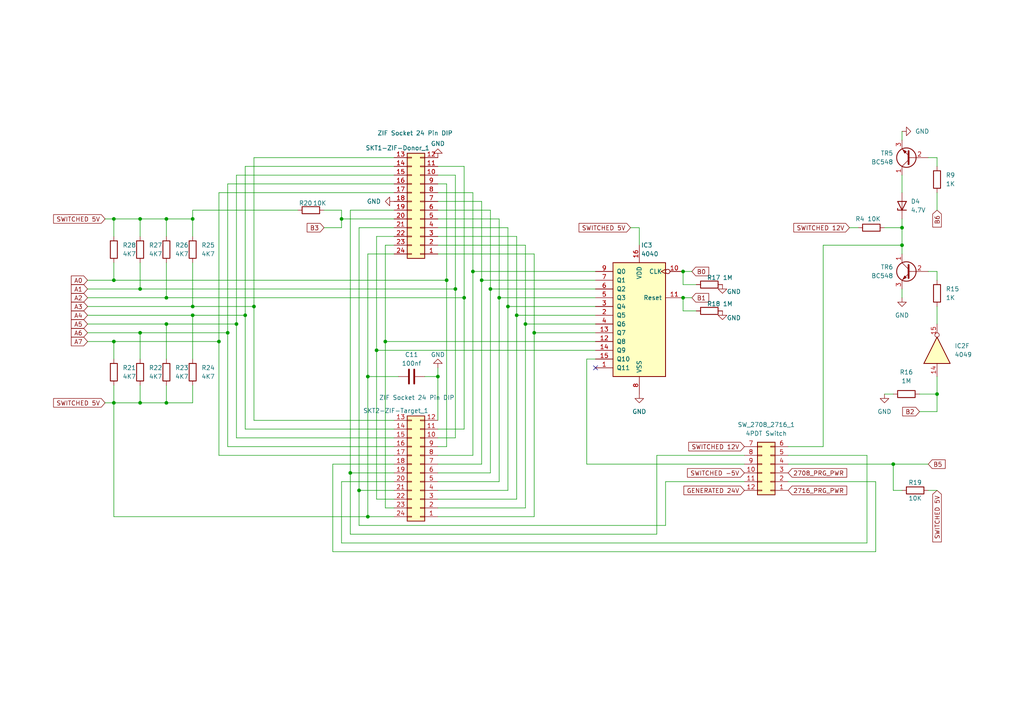
<source format=kicad_sch>
(kicad_sch (version 20230121) (generator eeschema)
  (paper "A4")
  (title_block (title "EPROM Burner 2708 / 2716") (date "2023-05-01") (rev "1.0"))
  (lib_symbols
    (symbol "4xxx:4040" (pin_names (offset 1.016))
      (property "Reference" "U" (at -7.62 16.51 0))
      (property "Value" "4040" (at -7.62 -19.05 0))
      (symbol "4040_1_0"
        (pin output line (at 12.7 -15.24 180) (length 5.08) (name "Q11") (number "1"))
        (pin input inverted_clock (at -12.7 12.7 0) (length 5.08) (name "CLK") (number "10"))
        (pin input line (at -12.7 5.08 0) (length 5.08) (name "Reset") (number "11"))
        (pin output line (at 12.7 -7.62 180) (length 5.08) (name "Q8") (number "12"))
        (pin output line (at 12.7 -5.08 180) (length 5.08) (name "Q7") (number "13"))
        (pin output line (at 12.7 -10.16 180) (length 5.08) (name "Q9") (number "14"))
        (pin output line (at 12.7 -12.7 180) (length 5.08) (name "Q10") (number "15"))
        (pin power_in line (at 0 20.32 270) (length 5.08) (name "VDD") (number "16"))
        (pin output line (at 12.7 0 180) (length 5.08) (name "Q5") (number "2"))
        (pin output line (at 12.7 2.54 180) (length 5.08) (name "Q4") (number "3"))
        (pin output line (at 12.7 -2.54 180) (length 5.08) (name "Q6") (number "4"))
        (pin output line (at 12.7 5.08 180) (length 5.08) (name "Q3") (number "5"))
        (pin output line (at 12.7 7.62 180) (length 5.08) (name "Q2") (number "6"))
        (pin output line (at 12.7 10.16 180) (length 5.08) (name "Q1") (number "7"))
        (pin power_in line (at 0 -22.86 90) (length 5.08) (name "VSS") (number "8"))
        (pin output line (at 12.7 12.7 180) (length 5.08) (name "Q0") (number "9"))
      )
      (symbol "4040_1_1"
        (rectangle (start -7.62 15.24) (end 7.62 -17.78) (stroke (width 0.254)) (fill (type background)))
      )
    )
    (symbol "4xxx:4049" (pin_names (offset 1.016))
      (property "Reference" "U" (at 0 1.27 0))
      (property "Value" "4049" (at 0 -1.27 0))
      (symbol "4049_1_0"
        (polyline (pts (xy -3.81 3.81) (xy -3.81 -3.81) (xy 3.81 0) (xy -3.81 3.81)) (stroke (width 0.254)) (fill (type background)))
        (pin output inverted (at 7.62 0 180) (length 3.81) (name "~") (number "2"))
        (pin input line (at -7.62 0 0) (length 3.81) (name "~") (number "3"))
      )
      (symbol "4049_2_0"
        (polyline (pts (xy -3.81 3.81) (xy -3.81 -3.81) (xy 3.81 0) (xy -3.81 3.81)) (stroke (width 0.254)) (fill (type background)))
        (pin output inverted (at 7.62 0 180) (length 3.81) (name "~") (number "4"))
        (pin input line (at -7.62 0 0) (length 3.81) (name "~") (number "5"))
      )
      (symbol "4049_3_0"
        (polyline (pts (xy -3.81 3.81) (xy -3.81 -3.81) (xy 3.81 0) (xy -3.81 3.81)) (stroke (width 0.254)) (fill (type background)))
        (pin output inverted (at 7.62 0 180) (length 3.81) (name "~") (number "6"))
        (pin input line (at -7.62 0 0) (length 3.81) (name "~") (number "7"))
      )
      (symbol "4049_4_0"
        (polyline (pts (xy -3.81 3.81) (xy -3.81 -3.81) (xy 3.81 0) (xy -3.81 3.81)) (stroke (width 0.254)) (fill (type background)))
        (pin output inverted (at 7.62 0 180) (length 3.81) (name "~") (number "10"))
        (pin input line (at -7.62 0 0) (length 3.81) (name "~") (number "9"))
      )
      (symbol "4049_5_0"
        (polyline (pts (xy -3.81 3.81) (xy -3.81 -3.81) (xy 3.81 0) (xy -3.81 3.81)) (stroke (width 0.254)) (fill (type background)))
        (pin input line (at -7.62 0 0) (length 3.81) (name "~") (number "11"))
        (pin output inverted (at 7.62 0 180) (length 3.81) (name "~") (number "12"))
      )
      (symbol "4049_6_0"
        (polyline (pts (xy -3.81 3.81) (xy -3.81 -3.81) (xy 3.81 0) (xy -3.81 3.81)) (stroke (width 0.254)) (fill (type background)))
        (pin input line (at -7.62 0 0) (length 3.81) (name "~") (number "14"))
        (pin output inverted (at 7.62 0 180) (length 3.81) (name "~") (number "15"))
      )
      (symbol "4049_7_0"
        (pin power_in line (at 0 12.7 270) (length 5.08) (name "VCC") (number "1"))
        (pin power_in line (at 0 -12.7 90) (length 5.08) (name "VSS") (number "8"))
      )
      (symbol "4049_7_1"
        (rectangle (start -5.08 7.62) (end 5.08 -7.62) (stroke (width 0.254)) (fill (type background)))
      )
    )
    (symbol "Connector_Generic:Conn_02x06_Counter_Clockwise" (pin_names (offset 1.016) hide)
      (property "Reference" "J" (at 1.27 7.62 0))
      (property "Value" "Conn_02x06_Counter_Clockwise" (at 1.27 -10.16 0))
      (symbol "Conn_02x06_Counter_Clockwise_1_1"
        (rectangle (start -1.27 -7.493) (end 0 -7.747) (stroke (width 0.1524)))
        (rectangle (start -1.27 -4.953) (end 0 -5.207) (stroke (width 0.1524)))
        (rectangle (start -1.27 -2.413) (end 0 -2.667) (stroke (width 0.1524)))
        (rectangle (start -1.27 0.127) (end 0 -0.127) (stroke (width 0.1524)))
        (rectangle (start -1.27 2.667) (end 0 2.413) (stroke (width 0.1524)))
        (rectangle (start -1.27 5.207) (end 0 4.953) (stroke (width 0.1524)))
        (rectangle (start -1.27 6.35) (end 3.81 -8.89) (stroke (width 0.254)) (fill (type background)))
        (rectangle (start 3.81 -7.493) (end 2.54 -7.747) (stroke (width 0.1524)))
        (rectangle (start 3.81 -4.953) (end 2.54 -5.207) (stroke (width 0.1524)))
        (rectangle (start 3.81 -2.413) (end 2.54 -2.667) (stroke (width 0.1524)))
        (rectangle (start 3.81 0.127) (end 2.54 -0.127) (stroke (width 0.1524)))
        (rectangle (start 3.81 2.667) (end 2.54 2.413) (stroke (width 0.1524)))
        (rectangle (start 3.81 5.207) (end 2.54 4.953) (stroke (width 0.1524)))
        (pin passive line (at -5.08 5.08 0) (length 3.81) (name "Pin_1") (number "1"))
        (pin passive line (at 7.62 0 180) (length 3.81) (name "Pin_10") (number "10"))
        (pin passive line (at 7.62 2.54 180) (length 3.81) (name "Pin_11") (number "11"))
        (pin passive line (at 7.62 5.08 180) (length 3.81) (name "Pin_12") (number "12"))
        (pin passive line (at -5.08 2.54 0) (length 3.81) (name "Pin_2") (number "2"))
        (pin passive line (at -5.08 0 0) (length 3.81) (name "Pin_3") (number "3"))
        (pin passive line (at -5.08 -2.54 0) (length 3.81) (name "Pin_4") (number "4"))
        (pin passive line (at -5.08 -5.08 0) (length 3.81) (name "Pin_5") (number "5"))
        (pin passive line (at -5.08 -7.62 0) (length 3.81) (name "Pin_6") (number "6"))
        (pin passive line (at 7.62 -7.62 180) (length 3.81) (name "Pin_7") (number "7"))
        (pin passive line (at 7.62 -5.08 180) (length 3.81) (name "Pin_8") (number "8"))
        (pin passive line (at 7.62 -2.54 180) (length 3.81) (name "Pin_9") (number "9"))
      )
    )
    (symbol "Connector_Generic:Conn_02x12_Counter_Clockwise" (pin_names (offset 1.016) hide)
      (property "Reference" "J" (at 1.27 15.24 0))
      (property "Value" "Conn_02x12_Counter_Clockwise" (at 1.27 -17.78 0))
      (symbol "Conn_02x12_Counter_Clockwise_1_1"
        (rectangle (start -1.27 -15.113) (end 0 -15.367) (stroke (width 0.1524)))
        (rectangle (start -1.27 -12.573) (end 0 -12.827) (stroke (width 0.1524)))
        (rectangle (start -1.27 -10.033) (end 0 -10.287) (stroke (width 0.1524)))
        (rectangle (start -1.27 -7.493) (end 0 -7.747) (stroke (width 0.1524)))
        (rectangle (start -1.27 -4.953) (end 0 -5.207) (stroke (width 0.1524)))
        (rectangle (start -1.27 -2.413) (end 0 -2.667) (stroke (width 0.1524)))
        (rectangle (start -1.27 0.127) (end 0 -0.127) (stroke (width 0.1524)))
        (rectangle (start -1.27 2.667) (end 0 2.413) (stroke (width 0.1524)))
        (rectangle (start -1.27 5.207) (end 0 4.953) (stroke (width 0.1524)))
        (rectangle (start -1.27 7.747) (end 0 7.493) (stroke (width 0.1524)))
        (rectangle (start -1.27 10.287) (end 0 10.033) (stroke (width 0.1524)))
        (rectangle (start -1.27 12.827) (end 0 12.573) (stroke (width 0.1524)))
        (rectangle (start -1.27 13.97) (end 3.81 -16.51) (stroke (width 0.254)) (fill (type background)))
        (rectangle (start 3.81 -15.113) (end 2.54 -15.367) (stroke (width 0.1524)))
        (rectangle (start 3.81 -12.573) (end 2.54 -12.827) (stroke (width 0.1524)))
        (rectangle (start 3.81 -10.033) (end 2.54 -10.287) (stroke (width 0.1524)))
        (rectangle (start 3.81 -7.493) (end 2.54 -7.747) (stroke (width 0.1524)))
        (rectangle (start 3.81 -4.953) (end 2.54 -5.207) (stroke (width 0.1524)))
        (rectangle (start 3.81 -2.413) (end 2.54 -2.667) (stroke (width 0.1524)))
        (rectangle (start 3.81 0.127) (end 2.54 -0.127) (stroke (width 0.1524)))
        (rectangle (start 3.81 2.667) (end 2.54 2.413) (stroke (width 0.1524)))
        (rectangle (start 3.81 5.207) (end 2.54 4.953) (stroke (width 0.1524)))
        (rectangle (start 3.81 7.747) (end 2.54 7.493) (stroke (width 0.1524)))
        (rectangle (start 3.81 10.287) (end 2.54 10.033) (stroke (width 0.1524)))
        (rectangle (start 3.81 12.827) (end 2.54 12.573) (stroke (width 0.1524)))
        (pin passive line (at -5.08 12.7 0) (length 3.81) (name "Pin_1") (number "1"))
        (pin passive line (at -5.08 -10.16 0) (length 3.81) (name "Pin_10") (number "10"))
        (pin passive line (at -5.08 -12.7 0) (length 3.81) (name "Pin_11") (number "11"))
        (pin passive line (at -5.08 -15.24 0) (length 3.81) (name "Pin_12") (number "12"))
        (pin passive line (at 7.62 -15.24 180) (length 3.81) (name "Pin_13") (number "13"))
        (pin passive line (at 7.62 -12.7 180) (length 3.81) (name "Pin_14") (number "14"))
        (pin passive line (at 7.62 -10.16 180) (length 3.81) (name "Pin_15") (number "15"))
        (pin passive line (at 7.62 -7.62 180) (length 3.81) (name "Pin_16") (number "16"))
        (pin passive line (at 7.62 -5.08 180) (length 3.81) (name "Pin_17") (number "17"))
        (pin passive line (at 7.62 -2.54 180) (length 3.81) (name "Pin_18") (number "18"))
        (pin passive line (at 7.62 0 180) (length 3.81) (name "Pin_19") (number "19"))
        (pin passive line (at -5.08 10.16 0) (length 3.81) (name "Pin_2") (number "2"))
        (pin passive line (at 7.62 2.54 180) (length 3.81) (name "Pin_20") (number "20"))
        (pin passive line (at 7.62 5.08 180) (length 3.81) (name "Pin_21") (number "21"))
        (pin passive line (at 7.62 7.62 180) (length 3.81) (name "Pin_22") (number "22"))
        (pin passive line (at 7.62 10.16 180) (length 3.81) (name "Pin_23") (number "23"))
        (pin passive line (at 7.62 12.7 180) (length 3.81) (name "Pin_24") (number "24"))
        (pin passive line (at -5.08 7.62 0) (length 3.81) (name "Pin_3") (number "3"))
        (pin passive line (at -5.08 5.08 0) (length 3.81) (name "Pin_4") (number "4"))
        (pin passive line (at -5.08 2.54 0) (length 3.81) (name "Pin_5") (number "5"))
        (pin passive line (at -5.08 0 0) (length 3.81) (name "Pin_6") (number "6"))
        (pin passive line (at -5.08 -2.54 0) (length 3.81) (name "Pin_7") (number "7"))
        (pin passive line (at -5.08 -5.08 0) (length 3.81) (name "Pin_8") (number "8"))
        (pin passive line (at -5.08 -7.62 0) (length 3.81) (name "Pin_9") (number "9"))
      )
    )
    (symbol "Device:C" (pin_numbers hide) (pin_names (offset 0.254))
      (property "Reference" "C" (at 0.635 2.54 0))
      (property "Value" "C" (at 0.635 -2.54 0))
      (symbol "C_0_1"
        (polyline (pts (xy -2.032 -0.762) (xy 2.032 -0.762)) (stroke (width 0.508)))
        (polyline (pts (xy -2.032 0.762) (xy 2.032 0.762)) (stroke (width 0.508)))
      )
      (symbol "C_1_1"
        (pin passive line (at 0 3.81 270) (length 2.794) (name "~") (number "1"))
        (pin passive line (at 0 -3.81 90) (length 2.794) (name "~") (number "2"))
      )
    )
    (symbol "Device:D_Zener" (pin_numbers hide) (pin_names (offset 1.016) hide)
      (property "Reference" "D" (at 0 2.54 0))
      (property "Value" "D_Zener" (at 0 -2.54 0))
      (symbol "D_Zener_0_1"
        (polyline (pts (xy 1.27 0) (xy -1.27 0)))
        (polyline (pts (xy -1.27 -1.27) (xy -1.27 1.27) (xy -0.762 1.27)) (stroke (width 0.254)))
        (polyline (pts (xy 1.27 -1.27) (xy 1.27 1.27) (xy -1.27 0) (xy 1.27 -1.27)) (stroke (width 0.254)))
      )
      (symbol "D_Zener_1_1"
        (pin passive line (at -3.81 0 0) (length 2.54) (name "K") (number "1"))
        (pin passive line (at 3.81 0 180) (length 2.54) (name "A") (number "2"))
      )
    )
    (symbol "Device:R" (pin_numbers hide) (pin_names (offset 0))
      (property "Reference" "R" (at 2.032 0 90))
      (property "Value" "R" (at 0 0 90))
      (symbol "R_0_1"
        (rectangle (start -1.016 -2.54) (end 1.016 2.54) (stroke (width 0.254)))
      )
      (symbol "R_1_1"
        (pin passive line (at 0 3.81 270) (length 1.27) (name "~") (number "1"))
        (pin passive line (at 0 -3.81 90) (length 1.27) (name "~") (number "2"))
      )
    )
    (symbol "Transistor_BJT:BC548" (pin_names (offset 0) hide)
      (property "Reference" "Q" (at 5.08 1.905 0))
      (property "Value" "BC548" (at 5.08 0 0))
      (symbol "BC548_0_1"
        (polyline (pts (xy 0 0) (xy 0.635 0)))
        (polyline (pts (xy 0.635 0.635) (xy 2.54 2.54)))
        (polyline (pts (xy 0.635 -0.635) (xy 2.54 -2.54) (xy 2.54 -2.54)))
        (polyline (pts (xy 0.635 1.905) (xy 0.635 -1.905) (xy 0.635 -1.905)) (stroke (width 0.508)))
        (polyline (pts (xy 1.27 -1.778) (xy 1.778 -1.27) (xy 2.286 -2.286) (xy 1.27 -1.778) (xy 1.27 -1.778)) (fill (type outline)))
        (circle (center 1.27 0) (radius 2.8194) (stroke (width 0.254)))
      )
      (symbol "BC548_1_1"
        (pin passive line (at 2.54 5.08 270) (length 2.54) (name "C") (number "1"))
        (pin input line (at -5.08 0 0) (length 5.08) (name "B") (number "2"))
        (pin passive line (at 2.54 -5.08 90) (length 2.54) (name "E") (number "3"))
      )
    )
    (symbol "power:GND" (power) (pin_names (offset 0))
      (property "Value" "GND" (at 0 -3.81 0))
      (symbol "GND_0_1"
        (polyline (pts (xy 0 0) (xy 0 -1.27) (xy 1.27 -1.27) (xy 0 -2.54) (xy -1.27 -1.27) (xy 0 -1.27)))
      )
      (symbol "GND_1_1"
        (pin power_in line (at 0 0 270) (length 0) hide (name "GND") (number "1"))
      )
    )
  )
  (junction (at 261.62 71.12))
  (junction (at 149.86 91.44))
  (junction (at 259.08 134.62))
  (junction (at 99.06 63.5))
  (junction (at 55.88 63.5))
  (junction (at 152.4 93.98))
  (junction (at 104.14 142.24))
  (junction (at 73.66 88.9))
  (junction (at 33.02 116.84))
  (junction (at 142.24 83.82))
  (junction (at 137.16 78.74))
  (junction (at 63.5 99.06))
  (junction (at 48.26 93.98))
  (junction (at 40.64 96.52))
  (junction (at 111.76 99.06))
  (junction (at 55.88 88.9))
  (junction (at 154.94 96.52))
  (junction (at 271.78 114.3))
  (junction (at 106.68 109.22))
  (junction (at 198.12 78.74))
  (junction (at 48.26 63.5))
  (junction (at 144.78 86.36))
  (junction (at 33.02 99.06))
  (junction (at 40.64 63.5))
  (junction (at 147.32 88.9))
  (junction (at 139.7 81.28))
  (junction (at 106.68 149.86))
  (junction (at 55.88 91.44))
  (junction (at 109.22 101.6))
  (junction (at 261.62 66.04))
  (junction (at 71.12 91.44))
  (junction (at 198.12 86.36))
  (junction (at 101.6 137.16))
  (junction (at 129.54 81.28))
  (junction (at 127 109.22))
  (junction (at 48.26 86.36))
  (junction (at 134.62 86.36))
  (junction (at 66.04 96.52))
  (junction (at 68.58 93.98))
  (junction (at 33.02 63.5))
  (junction (at 40.64 116.84))
  (junction (at 48.26 116.84))
  (junction (at 33.02 81.28))
  (junction (at 132.08 83.82))
  (junction (at 40.64 83.82))
  (no_connect (at 172.72 106.68))
  (wire (pts (xy 154.94 96.52) (xy 154.94 149.86)))
  (wire (pts (xy 63.5 55.88) (xy 63.5 99.06)))
  (wire (pts (xy 228.6 132.08) (xy 251.46 132.08)))
  (wire (pts (xy 25.4 96.52) (xy 40.64 96.52)))
  (wire (pts (xy 190.5 132.08) (xy 215.9 132.08)))
  (wire (pts (xy 256.54 66.04) (xy 261.62 66.04)))
  (wire (pts (xy 114.3 68.58) (xy 109.22 68.58)))
  (wire (pts (xy 256.54 114.3) (xy 259.08 114.3)))
  (wire (pts (xy 132.08 50.8) (xy 132.08 83.82)))
  (wire (pts (xy 198.12 82.55) (xy 198.12 78.74)))
  (wire (pts (xy 33.02 116.84) (xy 33.02 149.86)))
  (wire (pts (xy 198.12 90.17) (xy 198.12 86.36)))
  (wire (pts (xy 55.88 68.58) (xy 55.88 63.5)))
  (wire (pts (xy 251.46 157.48) (xy 99.06 157.48)))
  (wire (pts (xy 129.54 81.28) (xy 129.54 129.54)))
  (wire (pts (xy 271.78 109.22) (xy 271.78 114.3)))
  (wire (pts (xy 114.3 142.24) (xy 104.14 142.24)))
  (wire (pts (xy 271.78 88.9) (xy 271.78 93.98)))
  (wire (pts (xy 25.4 83.82) (xy 40.64 83.82)))
  (wire (pts (xy 152.4 71.12) (xy 152.4 93.98)))
  (wire (pts (xy 40.64 76.2) (xy 40.64 83.82)))
  (wire (pts (xy 261.62 66.04) (xy 261.62 71.12)))
  (wire (pts (xy 144.78 86.36) (xy 144.78 139.7)))
  (wire (pts (xy 66.04 96.52) (xy 66.04 129.54)))
  (wire (pts (xy 25.4 99.06) (xy 33.02 99.06)))
  (wire (pts (xy 127 71.12) (xy 152.4 71.12)))
  (wire (pts (xy 137.16 132.08) (xy 127 132.08)))
  (wire (pts (xy 48.26 63.5) (xy 55.88 63.5)))
  (wire (pts (xy 66.04 129.54) (xy 114.3 129.54)))
  (wire (pts (xy 127 63.5) (xy 144.78 63.5)))
  (wire (pts (xy 271.78 81.28) (xy 271.78 78.74)))
  (wire (pts (xy 215.9 134.62) (xy 170.18 134.62)))
  (wire (pts (xy 68.58 93.98) (xy 68.58 127)))
  (wire (pts (xy 261.62 63.5) (xy 261.62 66.04)))
  (wire (pts (xy 48.26 63.5) (xy 48.26 68.58)))
  (wire (pts (xy 142.24 83.82) (xy 172.72 83.82)))
  (wire (pts (xy 96.52 134.62) (xy 96.52 160.02)))
  (wire (pts (xy 251.46 132.08) (xy 251.46 157.48)))
  (wire (pts (xy 261.62 71.12) (xy 261.62 73.66)))
  (wire (pts (xy 134.62 124.46) (xy 127 124.46)))
  (wire (pts (xy 271.78 45.72) (xy 269.24 45.72)))
  (wire (pts (xy 254 160.02) (xy 254 139.7)))
  (wire (pts (xy 129.54 53.34) (xy 129.54 81.28)))
  (wire (pts (xy 68.58 127) (xy 114.3 127)))
  (wire (pts (xy 114.3 50.8) (xy 68.58 50.8)))
  (wire (pts (xy 185.42 71.12) (xy 185.42 66.04)))
  (wire (pts (xy 132.08 83.82) (xy 132.08 127)))
  (wire (pts (xy 114.3 53.34) (xy 66.04 53.34)))
  (wire (pts (xy 147.32 88.9) (xy 172.72 88.9)))
  (wire (pts (xy 33.02 116.84) (xy 40.64 116.84)))
  (wire (pts (xy 109.22 144.78) (xy 114.3 144.78)))
  (wire (pts (xy 271.78 48.26) (xy 271.78 45.72)))
  (wire (pts (xy 104.14 142.24) (xy 104.14 66.04)))
  (wire (pts (xy 40.64 83.82) (xy 132.08 83.82)))
  (wire (pts (xy 127 55.88) (xy 137.16 55.88)))
  (wire (pts (xy 101.6 154.94) (xy 190.5 154.94)))
  (wire (pts (xy 114.3 55.88) (xy 63.5 55.88)))
  (wire (pts (xy 127 48.26) (xy 134.62 48.26)))
  (wire (pts (xy 106.68 109.22) (xy 115.57 109.22)))
  (wire (pts (xy 33.02 63.5) (xy 33.02 68.58)))
  (wire (pts (xy 142.24 83.82) (xy 142.24 137.16)))
  (wire (pts (xy 228.6 134.62) (xy 259.08 134.62)))
  (wire (pts (xy 198.12 78.74) (xy 200.66 78.74)))
  (wire (pts (xy 149.86 91.44) (xy 149.86 144.78)))
  (wire (pts (xy 66.04 53.34) (xy 66.04 96.52)))
  (wire (pts (xy 55.88 60.96) (xy 55.88 63.5)))
  (wire (pts (xy 152.4 147.32) (xy 127 147.32)))
  (wire (pts (xy 25.4 93.98) (xy 48.26 93.98)))
  (wire (pts (xy 30.48 116.84) (xy 33.02 116.84)))
  (wire (pts (xy 172.72 104.14) (xy 170.18 104.14)))
  (wire (pts (xy 55.88 111.76) (xy 55.88 116.84)))
  (wire (pts (xy 55.88 76.2) (xy 55.88 88.9)))
  (wire (pts (xy 106.68 73.66) (xy 106.68 109.22)))
  (wire (pts (xy 261.62 142.24) (xy 259.08 142.24)))
  (wire (pts (xy 33.02 111.76) (xy 33.02 116.84)))
  (wire (pts (xy 137.16 78.74) (xy 172.72 78.74)))
  (wire (pts (xy 114.3 137.16) (xy 101.6 137.16)))
  (wire (pts (xy 55.88 91.44) (xy 71.12 91.44)))
  (wire (pts (xy 101.6 137.16) (xy 101.6 60.96)))
  (wire (pts (xy 111.76 99.06) (xy 172.72 99.06)))
  (wire (pts (xy 99.06 157.48) (xy 99.06 139.7)))
  (wire (pts (xy 114.3 73.66) (xy 106.68 73.66)))
  (wire (pts (xy 144.78 139.7) (xy 127 139.7)))
  (wire (pts (xy 154.94 96.52) (xy 172.72 96.52)))
  (wire (pts (xy 127 68.58) (xy 149.86 68.58)))
  (wire (pts (xy 193.04 152.4) (xy 193.04 139.7)))
  (wire (pts (xy 114.3 45.72) (xy 73.66 45.72)))
  (wire (pts (xy 139.7 81.28) (xy 139.7 134.62)))
  (wire (pts (xy 68.58 50.8) (xy 68.58 93.98)))
  (wire (pts (xy 109.22 68.58) (xy 109.22 101.6)))
  (wire (pts (xy 259.08 134.62) (xy 269.24 134.62)))
  (wire (pts (xy 104.14 142.24) (xy 104.14 152.4)))
  (wire (pts (xy 127 50.8) (xy 132.08 50.8)))
  (wire (pts (xy 55.88 88.9) (xy 73.66 88.9)))
  (wire (pts (xy 40.64 96.52) (xy 40.64 104.14)))
  (wire (pts (xy 25.4 86.36) (xy 48.26 86.36)))
  (wire (pts (xy 106.68 109.22) (xy 106.68 149.86)))
  (wire (pts (xy 73.66 88.9) (xy 73.66 121.92)))
  (wire (pts (xy 149.86 91.44) (xy 172.72 91.44)))
  (wire (pts (xy 96.52 160.02) (xy 254 160.02)))
  (wire (pts (xy 142.24 60.96) (xy 142.24 83.82)))
  (wire (pts (xy 142.24 137.16) (xy 127 137.16)))
  (wire (pts (xy 127 106.68) (xy 127 109.22)))
  (wire (pts (xy 127 109.22) (xy 127 121.92)))
  (wire (pts (xy 111.76 147.32) (xy 114.3 147.32)))
  (wire (pts (xy 154.94 73.66) (xy 154.94 96.52)))
  (wire (pts (xy 266.7 119.38) (xy 271.78 119.38)))
  (wire (pts (xy 71.12 48.26) (xy 71.12 91.44)))
  (wire (pts (xy 86.36 60.96) (xy 55.88 60.96)))
  (wire (pts (xy 238.76 129.54) (xy 238.76 71.12)))
  (wire (pts (xy 93.98 60.96) (xy 99.06 60.96)))
  (wire (pts (xy 228.6 129.54) (xy 238.76 129.54)))
  (wire (pts (xy 154.94 149.86) (xy 127 149.86)))
  (wire (pts (xy 198.12 86.36) (xy 200.66 86.36)))
  (wire (pts (xy 139.7 58.42) (xy 139.7 81.28)))
  (wire (pts (xy 152.4 93.98) (xy 172.72 93.98)))
  (wire (pts (xy 127 58.42) (xy 139.7 58.42)))
  (wire (pts (xy 109.22 101.6) (xy 109.22 144.78)))
  (wire (pts (xy 40.64 111.76) (xy 40.64 116.84)))
  (wire (pts (xy 114.3 48.26) (xy 71.12 48.26)))
  (wire (pts (xy 129.54 129.54) (xy 127 129.54)))
  (wire (pts (xy 139.7 134.62) (xy 127 134.62)))
  (wire (pts (xy 137.16 55.88) (xy 137.16 78.74)))
  (wire (pts (xy 147.32 66.04) (xy 147.32 88.9)))
  (wire (pts (xy 99.06 63.5) (xy 114.3 63.5)))
  (wire (pts (xy 104.14 152.4) (xy 193.04 152.4)))
  (wire (pts (xy 271.78 78.74) (xy 269.24 78.74)))
  (wire (pts (xy 261.62 38.1) (xy 261.62 40.64)))
  (wire (pts (xy 104.14 66.04) (xy 114.3 66.04)))
  (wire (pts (xy 30.48 63.5) (xy 33.02 63.5)))
  (wire (pts (xy 139.7 81.28) (xy 172.72 81.28)))
  (wire (pts (xy 114.3 71.12) (xy 111.76 71.12)))
  (wire (pts (xy 33.02 63.5) (xy 40.64 63.5)))
  (wire (pts (xy 25.4 91.44) (xy 55.88 91.44)))
  (wire (pts (xy 33.02 81.28) (xy 129.54 81.28)))
  (wire (pts (xy 271.78 114.3) (xy 271.78 119.38)))
  (wire (pts (xy 246.38 66.04) (xy 248.92 66.04)))
  (wire (pts (xy 73.66 121.92) (xy 114.3 121.92)))
  (wire (pts (xy 134.62 86.36) (xy 134.62 124.46)))
  (wire (pts (xy 152.4 93.98) (xy 152.4 147.32)))
  (wire (pts (xy 101.6 60.96) (xy 114.3 60.96)))
  (wire (pts (xy 266.7 114.3) (xy 271.78 114.3)))
  (wire (pts (xy 109.22 101.6) (xy 172.72 101.6)))
  (wire (pts (xy 254 139.7) (xy 228.6 139.7)))
  (wire (pts (xy 48.26 86.36) (xy 134.62 86.36)))
  (wire (pts (xy 193.04 139.7) (xy 215.9 139.7)))
  (wire (pts (xy 33.02 99.06) (xy 33.02 104.14)))
  (wire (pts (xy 149.86 68.58) (xy 149.86 91.44)))
  (wire (pts (xy 99.06 66.04) (xy 99.06 63.5)))
  (wire (pts (xy 170.18 104.14) (xy 170.18 134.62)))
  (wire (pts (xy 127 60.96) (xy 142.24 60.96)))
  (wire (pts (xy 40.64 63.5) (xy 48.26 63.5)))
  (wire (pts (xy 63.5 132.08) (xy 114.3 132.08)))
  (wire (pts (xy 201.93 90.17) (xy 198.12 90.17)))
  (wire (pts (xy 261.62 83.82) (xy 261.62 86.36)))
  (wire (pts (xy 147.32 142.24) (xy 127 142.24)))
  (wire (pts (xy 147.32 88.9) (xy 147.32 142.24)))
  (wire (pts (xy 40.64 116.84) (xy 48.26 116.84)))
  (wire (pts (xy 40.64 96.52) (xy 66.04 96.52)))
  (wire (pts (xy 269.24 142.24) (xy 271.78 142.24)))
  (wire (pts (xy 132.08 127) (xy 127 127)))
  (wire (pts (xy 182.88 66.04) (xy 185.42 66.04)))
  (wire (pts (xy 71.12 91.44) (xy 71.12 124.46)))
  (wire (pts (xy 33.02 149.86) (xy 106.68 149.86)))
  (wire (pts (xy 149.86 144.78) (xy 127 144.78)))
  (wire (pts (xy 55.88 91.44) (xy 55.88 104.14)))
  (wire (pts (xy 259.08 142.24) (xy 259.08 134.62)))
  (wire (pts (xy 201.93 82.55) (xy 198.12 82.55)))
  (wire (pts (xy 261.62 50.8) (xy 261.62 55.88)))
  (wire (pts (xy 190.5 154.94) (xy 190.5 132.08)))
  (wire (pts (xy 127 66.04) (xy 147.32 66.04)))
  (wire (pts (xy 71.12 124.46) (xy 114.3 124.46)))
  (wire (pts (xy 63.5 99.06) (xy 63.5 132.08)))
  (wire (pts (xy 48.26 93.98) (xy 48.26 104.14)))
  (wire (pts (xy 48.26 111.76) (xy 48.26 116.84)))
  (wire (pts (xy 271.78 55.88) (xy 271.78 60.96)))
  (wire (pts (xy 48.26 116.84) (xy 55.88 116.84)))
  (wire (pts (xy 25.4 88.9) (xy 55.88 88.9)))
  (wire (pts (xy 134.62 48.26) (xy 134.62 86.36)))
  (wire (pts (xy 111.76 99.06) (xy 111.76 147.32)))
  (wire (pts (xy 238.76 71.12) (xy 261.62 71.12)))
  (wire (pts (xy 40.64 63.5) (xy 40.64 68.58)))
  (wire (pts (xy 93.98 66.04) (xy 99.06 66.04)))
  (wire (pts (xy 73.66 45.72) (xy 73.66 88.9)))
  (wire (pts (xy 106.68 149.86) (xy 114.3 149.86)))
  (wire (pts (xy 33.02 99.06) (xy 63.5 99.06)))
  (wire (pts (xy 123.19 109.22) (xy 127 109.22)))
  (wire (pts (xy 137.16 78.74) (xy 137.16 132.08)))
  (wire (pts (xy 111.76 71.12) (xy 111.76 99.06)))
  (wire (pts (xy 144.78 86.36) (xy 172.72 86.36)))
  (wire (pts (xy 25.4 81.28) (xy 33.02 81.28)))
  (wire (pts (xy 127 53.34) (xy 129.54 53.34)))
  (wire (pts (xy 144.78 63.5) (xy 144.78 86.36)))
  (wire (pts (xy 99.06 60.96) (xy 99.06 63.5)))
  (wire (pts (xy 33.02 76.2) (xy 33.02 81.28)))
  (wire (pts (xy 99.06 139.7) (xy 114.3 139.7)))
  (wire (pts (xy 127 73.66) (xy 154.94 73.66)))
  (wire (pts (xy 48.26 76.2) (xy 48.26 86.36)))
  (wire (pts (xy 101.6 137.16) (xy 101.6 154.94)))
  (wire (pts (xy 114.3 134.62) (xy 96.52 134.62)))
  (wire (pts (xy 48.26 93.98) (xy 68.58 93.98)))
  (global_label "A6" (shape input) (at 25.4 96.52 180) (property "Intersheetrefs" "${INTERSHEET_REFS}" (effects hide)))
  (global_label "B6" (shape input) (at 271.78 60.96 270) (property "Intersheetrefs" "${INTERSHEET_REFS}" (effects hide)))
  (global_label "A5" (shape input) (at 25.4 93.98 180) (property "Intersheetrefs" "${INTERSHEET_REFS}" (effects hide)))
  (global_label "B2" (shape input) (at 266.7 119.38 180) (property "Intersheetrefs" "${INTERSHEET_REFS}" (effects hide)))
  (global_label "SWITCHED 5V" (shape input) (at 30.48 116.84 180) (property "Intersheetrefs" "${INTERSHEET_REFS}" (effects hide)))
  (global_label "2708_PRG_PWR" (shape input) (at 228.6 137.16 0) (property "Intersheetrefs" "${INTERSHEET_REFS}" (effects hide)))
  (global_label "B0" (shape input) (at 200.66 78.74 0) (property "Intersheetrefs" "${INTERSHEET_REFS}" (effects hide)))
  (global_label "B1" (shape input) (at 200.66 86.36 0) (property "Intersheetrefs" "${INTERSHEET_REFS}" (effects hide)))
  (global_label "GENERATED 24V" (shape input) (at 215.9 142.24 180) (property "Intersheetrefs" "${INTERSHEET_REFS}" (effects hide)))
  (global_label "A7" (shape input) (at 25.4 99.06 180) (property "Intersheetrefs" "${INTERSHEET_REFS}" (effects hide)))
  (global_label "A1" (shape input) (at 25.4 83.82 180) (property "Intersheetrefs" "${INTERSHEET_REFS}" (effects hide)))
  (global_label "SWITCHED 12V" (shape input) (at 215.9 129.54 180) (property "Intersheetrefs" "${INTERSHEET_REFS}" (effects hide)))
  (global_label "SWITCHED 12V" (shape input) (at 246.38 66.04 180) (property "Intersheetrefs" "${INTERSHEET_REFS}" (effects hide)))
  (global_label "SWITCHED 5V" (shape input) (at 30.48 63.5 180) (property "Intersheetrefs" "${INTERSHEET_REFS}" (effects hide)))
  (global_label "SWITCHED -5V" (shape input) (at 215.9 137.16 180) (property "Intersheetrefs" "${INTERSHEET_REFS}" (effects hide)))
  (global_label "A3" (shape input) (at 25.4 88.9 180) (property "Intersheetrefs" "${INTERSHEET_REFS}" (effects hide)))
  (global_label "A4" (shape input) (at 25.4 91.44 180) (property "Intersheetrefs" "${INTERSHEET_REFS}" (effects hide)))
  (global_label "B5" (shape input) (at 269.24 134.62 0) (property "Intersheetrefs" "${INTERSHEET_REFS}" (effects hide)))
  (global_label "A0" (shape input) (at 25.4 81.28 180) (property "Intersheetrefs" "${INTERSHEET_REFS}" (effects hide)))
  (global_label "SWITCHED 5V" (shape input) (at 182.88 66.04 180) (property "Intersheetrefs" "${INTERSHEET_REFS}" (effects hide)))
  (global_label "A2" (shape input) (at 25.4 86.36 180) (property "Intersheetrefs" "${INTERSHEET_REFS}" (effects hide)))
  (global_label "2716_PRG_PWR" (shape input) (at 228.6 142.24 0) (property "Intersheetrefs" "${INTERSHEET_REFS}" (effects hide)))
  (global_label "B3" (shape input) (at 93.98 66.04 180) (property "Intersheetrefs" "${INTERSHEET_REFS}" (effects hide)))
  (global_label "SWITCHED 5V" (shape input) (at 271.78 142.24 270) (property "Intersheetrefs" "${INTERSHEET_REFS}" (effects hide)))
  (symbol (lib_id "Device:C") (at 119.38 109.22 90) (unit 1)
    (property "Reference" "C11" (at 119.38 102.87 90))
    (property "Value" "100nf" (at 119.38 105.41 90))
    (property "Footprint" "Capacitor_THT:C_Disc_D5.0mm_W2.5mm_P5.00mm" (effects hide))
  )
  (symbol (lib_id "Device:R") (at 40.64 107.95 0) (unit 1)
    (property "Reference" "R22" (at 43.18 106.6799 0) (effects (justify left)))
    (property "Value" "4K7" (at 43.18 109.2199 0) (effects (justify left)))
    (property "Footprint" "Resistor_THT:R_Axial_DIN0309_L9.0mm_D3.2mm_P12.70mm_Horizontal" (effects hide))
  )
  (symbol (lib_id "power:GND") (at 127 106.68 180) (unit 1)
    (property "Reference" "#PWR0115" (effects hide))
    (property "Value" "GND" (at 127 102.87 0))
  )
  (symbol (lib_id "Device:R") (at 262.89 114.3 90) (unit 1)
    (property "Reference" "R16" (at 262.89 107.95 90))
    (property "Value" "1M" (at 262.89 110.49 90))
    (property "Footprint" "Resistor_THT:R_Axial_DIN0309_L9.0mm_D3.2mm_P12.70mm_Horizontal" (effects hide))
  )
  (symbol (lib_id "Device:R") (at 48.26 72.39 0) (unit 1)
    (property "Reference" "R26" (at 50.8 71.1199 0) (effects (justify left)))
    (property "Value" "4K7" (at 50.8 73.6599 0) (effects (justify left)))
    (property "Footprint" "Resistor_THT:R_Axial_DIN0309_L9.0mm_D3.2mm_P12.70mm_Horizontal" (effects hide))
  )
  (symbol (lib_id "4xxx:4040") (at 185.42 91.44 0) (mirror y) (unit 1)
    (property "Reference" "IC3" (at 185.9406 71.12 0) (effects (justify right)))
    (property "Value" "4040" (at 185.9406 73.66 0) (effects (justify right)))
    (property "Footprint" "Package_DIP:DIP-16_W7.62mm_Socket" (effects hide))
    (property "Datasheet" "http://www.intersil.com/content/dam/Intersil/documents/cd40/cd4020bms-24bms-40bms.pdf" (effects hide))
  )
  (symbol (lib_id "Connector_Generic:Conn_02x06_Counter_Clockwise") (at 223.52 137.16 180) (unit 1)
    (property "Reference" "SW_2708_2716_1" (at 222.25 123.19 0))
    (property "Value" "4PDT Switch" (at 222.25 125.73 0))
    (property "Footprint" "Package_DIP:DIP-12_W7.62mm_Socket" (effects hide))
  )
  (symbol (lib_id "Connector_Generic:Conn_02x12_Counter_Clockwise") (at 121.92 137.16 180) (unit 1)
    (property "Reference" "SKT2-ZIF-Target_1" (at 114.808 119.126 0))
    (property "Value" "ZIF Socket 24 Pin DIP" (at 120.904 115.316 0))
    (property "Footprint" "Package_DIP:DIP-24_W15.24mm_Socket" (effects hide))
  )
  (symbol (lib_id "Device:R") (at 55.88 107.95 0) (unit 1)
    (property "Reference" "R24" (at 58.42 106.6799 0) (effects (justify left)))
    (property "Value" "4K7" (at 58.42 109.2199 0) (effects (justify left)))
    (property "Footprint" "Resistor_THT:R_Axial_DIN0309_L9.0mm_D3.2mm_P12.70mm_Horizontal" (effects hide))
  )
  (symbol (lib_id "power:GND") (at 209.55 82.55 0) (unit 1)
    (property "Reference" "#PWR0113" (effects hide))
    (property "Value" "GND" (at 212.852 84.582 0))
  )
  (symbol (lib_id "Device:R") (at 55.88 72.39 0) (unit 1)
    (property "Reference" "R25" (at 58.42 71.1199 0) (effects (justify left)))
    (property "Value" "4K7" (at 58.42 73.6599 0) (effects (justify left)))
    (property "Footprint" "Resistor_THT:R_Axial_DIN0309_L9.0mm_D3.2mm_P12.70mm_Horizontal" (effects hide))
  )
  (symbol (lib_id "4xxx:4049") (at 271.78 101.6 90) (unit 6)
    (property "Reference" "IC2" (at 276.86 100.3299 90) (effects (justify right)))
    (property "Value" "4049" (at 276.86 102.8699 90) (effects (justify right)))
    (property "Footprint" "Package_DIP:DIP-16_W7.62mm_Socket" (effects hide))
    (property "Datasheet" "http://www.intersil.com/content/dam/intersil/documents/cd40/cd4049ubms.pdf" (effects hide))
  )
  (symbol (lib_id "Device:R") (at 90.17 60.96 90) (unit 1)
    (property "Reference" "R20" (at 88.646 58.928 90))
    (property "Value" "10K" (at 92.71 58.928 90))
    (property "Footprint" "Resistor_THT:R_Axial_DIN0309_L9.0mm_D3.2mm_P12.70mm_Horizontal" (effects hide))
  )
  (symbol (lib_id "power:GND") (at 185.42 114.3 0) (unit 1)
    (property "Reference" "#PWR0112" (effects hide))
    (property "Value" "GND" (at 185.42 119.38 0))
  )
  (symbol (lib_id "power:GND") (at 261.62 86.36 0) (unit 1)
    (property "Reference" "#PWR0121" (effects hide))
    (property "Value" "GND" (at 261.62 91.44 0))
  )
  (symbol (lib_id "Transistor_BJT:BC548") (at 264.16 45.72 180) (unit 1)
    (property "Reference" "TR5" (at 259.08 44.4499 0) (effects (justify left)))
    (property "Value" "BC548" (at 259.08 46.9899 0) (effects (justify left)))
    (property "Footprint" "Package_TO_SOT_THT:TO-92_Inline_Wide" (effects hide))
    (property "Datasheet" "https://www.onsemi.com/pub/Collateral/BC550-D.pdf" (effects hide))
  )
  (symbol (lib_id "power:GND") (at 209.55 90.17 0) (unit 1)
    (property "Reference" "#PWR0114" (effects hide))
    (property "Value" "GND" (at 212.852 92.202 0))
  )
  (symbol (lib_id "Device:R") (at 205.74 82.55 90) (unit 1)
    (property "Reference" "R17" (at 207.01 80.518 90))
    (property "Value" "1M" (at 211.074 80.518 90))
    (property "Footprint" "Resistor_THT:R_Axial_DIN0309_L9.0mm_D3.2mm_P12.70mm_Horizontal" (effects hide))
  )
  (symbol (lib_id "Device:R") (at 271.78 85.09 0) (unit 1)
    (property "Reference" "R15" (at 274.32 83.8199 0) (effects (justify left)))
    (property "Value" "1K" (at 274.32 86.3599 0) (effects (justify left)))
    (property "Footprint" "Resistor_THT:R_Axial_DIN0309_L9.0mm_D3.2mm_P12.70mm_Horizontal" (effects hide))
  )
  (symbol (lib_id "power:GND") (at 261.62 38.1 90) (unit 1)
    (property "Reference" "#PWR0122" (effects hide))
    (property "Value" "GND" (at 265.43 38.0999 90) (effects (justify right)))
  )
  (symbol (lib_id "Device:R") (at 252.73 66.04 90) (unit 1)
    (property "Reference" "R4" (at 249.428 63.5 90))
    (property "Value" "10K" (at 253.492 63.5 90))
    (property "Footprint" "Resistor_THT:R_Axial_DIN0309_L9.0mm_D3.2mm_P12.70mm_Horizontal" (effects hide))
  )
  (symbol (lib_id "Device:R") (at 40.64 72.39 0) (unit 1)
    (property "Reference" "R27" (at 43.18 71.1199 0) (effects (justify left)))
    (property "Value" "4K7" (at 43.18 73.6599 0) (effects (justify left)))
    (property "Footprint" "Resistor_THT:R_Axial_DIN0309_L9.0mm_D3.2mm_P12.70mm_Horizontal" (effects hide))
  )
  (symbol (lib_id "Device:R") (at 33.02 72.39 0) (unit 1)
    (property "Reference" "R28" (at 35.56 71.1199 0) (effects (justify left)))
    (property "Value" "4K7" (at 35.56 73.6599 0) (effects (justify left)))
    (property "Footprint" "Resistor_THT:R_Axial_DIN0309_L9.0mm_D3.2mm_P12.70mm_Horizontal" (effects hide))
  )
  (symbol (lib_id "power:GND") (at 256.54 114.3 0) (unit 1)
    (property "Reference" "#PWR0123" (effects hide))
    (property "Value" "GND" (at 256.54 119.38 0))
  )
  (symbol (lib_id "power:GND") (at 114.3 58.42 270) (unit 1)
    (property "Reference" "#PWR0120" (effects hide))
    (property "Value" "GND" (at 110.49 58.4199 90) (effects (justify right)))
  )
  (symbol (lib_id "Device:R") (at 205.74 90.17 90) (unit 1)
    (property "Reference" "R18" (at 207.01 88.138 90))
    (property "Value" "1M" (at 211.074 88.138 90))
    (property "Footprint" "Resistor_THT:R_Axial_DIN0309_L9.0mm_D3.2mm_P12.70mm_Horizontal" (effects hide))
  )
  (symbol (lib_id "Device:R") (at 265.43 142.24 90) (unit 1)
    (property "Reference" "R19" (at 265.43 139.954 90))
    (property "Value" "10K" (at 265.43 144.526 90))
    (property "Footprint" "Resistor_THT:R_Axial_DIN0309_L9.0mm_D3.2mm_P12.70mm_Horizontal" (effects hide))
  )
  (symbol (lib_id "Connector_Generic:Conn_02x12_Counter_Clockwise") (at 121.92 60.96 180) (unit 1)
    (property "Reference" "SKT1-ZIF-Donor_1" (at 115.316 42.926 0))
    (property "Value" "ZIF Socket 24 Pin DIP" (at 120.396 38.608 0))
    (property "Footprint" "Package_DIP:DIP-24_W15.24mm_Socket" (effects hide))
  )
  (symbol (lib_id "Device:R") (at 48.26 107.95 0) (unit 1)
    (property "Reference" "R23" (at 50.8 106.6799 0) (effects (justify left)))
    (property "Value" "4K7" (at 50.8 109.2199 0) (effects (justify left)))
    (property "Footprint" "Resistor_THT:R_Axial_DIN0309_L9.0mm_D3.2mm_P12.70mm_Horizontal" (effects hide))
  )
  (symbol (lib_id "Transistor_BJT:BC548") (at 264.16 78.74 0) (mirror y) (unit 1)
    (property "Reference" "TR6" (at 259.08 77.4699 0) (effects (justify left)))
    (property "Value" "BC548" (at 259.08 80.0099 0) (effects (justify left)))
    (property "Footprint" "Package_TO_SOT_THT:TO-92_Inline_Wide" (effects hide))
    (property "Datasheet" "https://www.onsemi.com/pub/Collateral/BC550-D.pdf" (effects hide))
  )
  (symbol (lib_id "Device:R") (at 271.78 52.07 0) (unit 1)
    (property "Reference" "R9" (at 274.32 50.7999 0) (effects (justify left)))
    (property "Value" "1K" (at 274.32 53.3399 0) (effects (justify left)))
    (property "Footprint" "Resistor_THT:R_Axial_DIN0309_L9.0mm_D3.2mm_P12.70mm_Horizontal" (effects hide))
  )
  (symbol (lib_id "Device:D_Zener") (at 261.62 59.69 90) (unit 1)
    (property "Reference" "D4" (at 264.16 58.4199 90) (effects (justify right)))
    (property "Value" "4.7V" (at 264.16 60.9599 90) (effects (justify right)))
    (property "Footprint" "Diode_THT:D_DO-41_SOD81_P12.70mm_Horizontal" (effects hide))
  )
  (symbol (lib_id "power:GND") (at 127 45.72 180) (unit 1)
    (property "Reference" "#PWR0118" (effects hide))
    (property "Value" "GND" (at 127 41.656 0))
  )
  (symbol (lib_id "Device:R") (at 33.02 107.95 0) (unit 1)
    (property "Reference" "R21" (at 35.56 106.6799 0) (effects (justify left)))
    (property "Value" "4K7" (at 35.56 109.2199 0) (effects (justify left)))
    (property "Footprint" "Resistor_THT:R_Axial_DIN0309_L9.0mm_D3.2mm_P12.70mm_Horizontal" (effects hide))
  )
)
</source>
